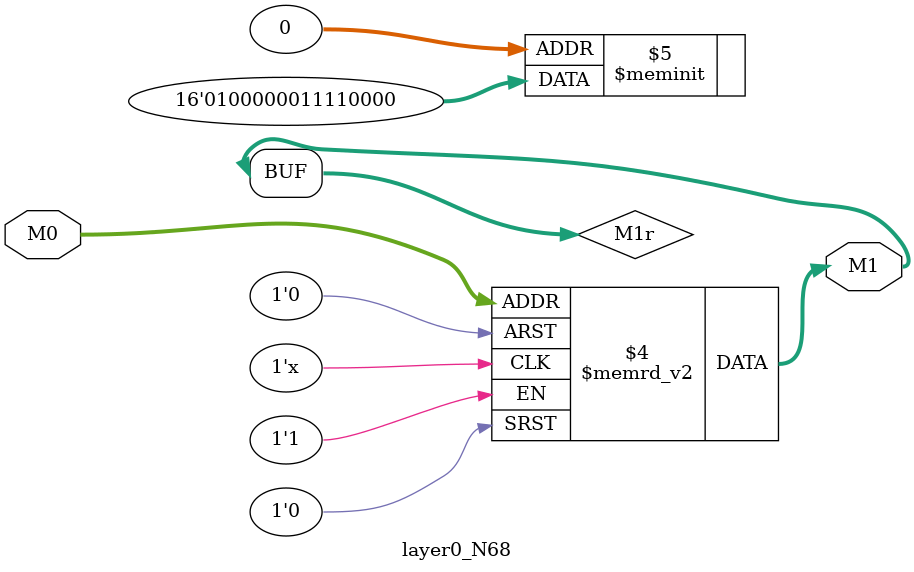
<source format=v>
module layer0_N68 ( input [2:0] M0, output [1:0] M1 );

	(*rom_style = "distributed" *) reg [1:0] M1r;
	assign M1 = M1r;
	always @ (M0) begin
		case (M0)
			3'b000: M1r = 2'b00;
			3'b100: M1r = 2'b00;
			3'b010: M1r = 2'b11;
			3'b110: M1r = 2'b00;
			3'b001: M1r = 2'b00;
			3'b101: M1r = 2'b00;
			3'b011: M1r = 2'b11;
			3'b111: M1r = 2'b01;

		endcase
	end
endmodule

</source>
